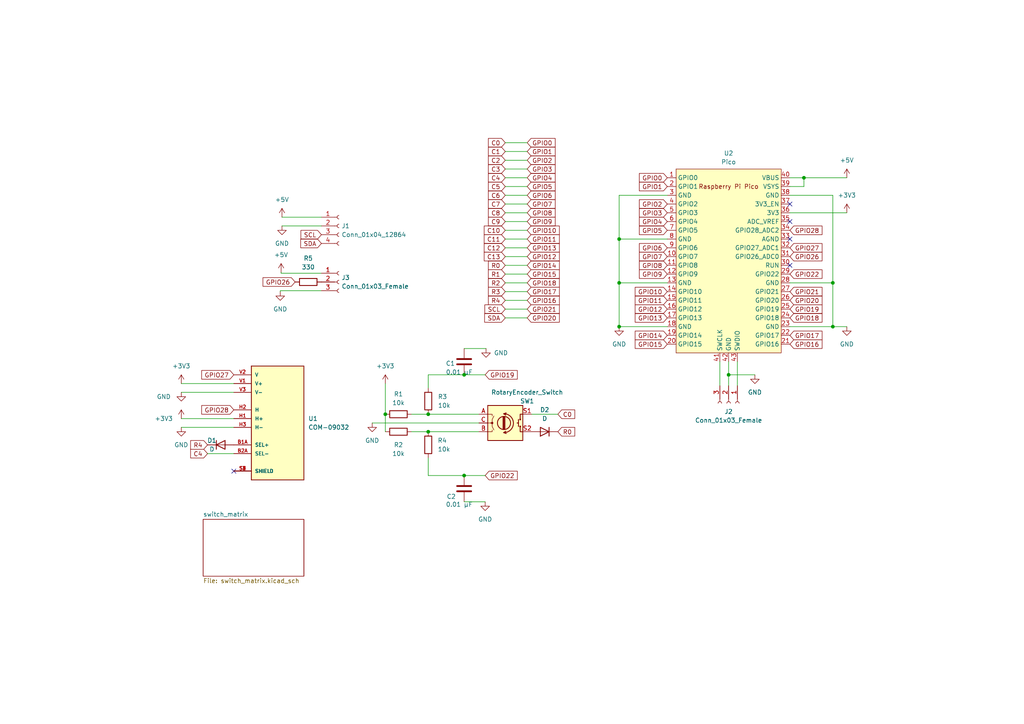
<source format=kicad_sch>
(kicad_sch (version 20211123) (generator eeschema)
  (paper "A4")
  (title_block (title "Pico Prototype Keyboard 65%") (comment 1 "Ver 0.4.1") (comment 2 "CC BY-SA 4.0") (comment 3 "https://github.com/zli117/Pico-Keyboard"))
  (lib_symbols
    (symbol "COM-09032_1" (pin_names (offset 1.016))
      (property "Reference" "U" (at -7.62 16.002 0))
      (property "Value" "COM-09032_1" (at -7.62 -20.32 0))
      (symbol "COM-09032_1_0_0"
        (rectangle (start -7.62 -17.78) (end 7.62 15.24) (stroke (width 0.254)) (fill (type background)))
        (pin passive line (at -12.7 -7.62 0) (length 5.08) (name "SEL+") (number "B1A"))
        (pin passive line (at -12.7 -10.16 0) (length 5.08) (name "SEL-") (number "B2A"))
        (pin passive line (at -12.7 0 0) (length 5.08) (name "H+") (number "H1"))
        (pin passive line (at -12.7 2.54 0) (length 5.08) (name "H") (number "H2"))
        (pin passive line (at -12.7 -2.54 0) (length 5.08) (name "H-") (number "H3"))
        (pin passive line (at -12.7 -15.24 0) (length 5.08) (name "SHIELD") (number "S1"))
        (pin passive line (at -12.7 -15.24 0) (length 5.08) (name "SHIELD") (number "S2"))
        (pin passive line (at -12.7 -15.24 0) (length 5.08) (name "SHIELD") (number "S3"))
        (pin passive line (at -12.7 -15.24 0) (length 5.08) (name "SHIELD") (number "S4"))
        (pin passive line (at -12.7 10.16 0) (length 5.08) (name "V+") (number "V1"))
        (pin passive line (at -12.7 12.7 0) (length 5.08) (name "V") (number "V2"))
        (pin passive line (at -12.7 7.62 0) (length 5.08) (name "V-") (number "V3"))
      )
    )
    (symbol "Connector:Conn_01x03_Female" (pin_names (offset 1.016) hide)
      (property "Reference" "J" (at 0 5.08 0))
      (property "Value" "Conn_01x03_Female" (at 0 -5.08 0))
      (symbol "Conn_01x03_Female_1_1"
        (arc (start 0 -2.032) (mid -0.508 -2.54) (end 0 -3.048) (stroke (width 0.1524)))
        (polyline (pts (xy -1.27 -2.54) (xy -0.508 -2.54)) (stroke (width 0.1524)))
        (polyline (pts (xy -1.27 0) (xy -0.508 0)) (stroke (width 0.1524)))
        (polyline (pts (xy -1.27 2.54) (xy -0.508 2.54)) (stroke (width 0.1524)))
        (arc (start 0 0.508) (mid -0.508 0) (end 0 -0.508) (stroke (width 0.1524)))
        (arc (start 0 3.048) (mid -0.508 2.54) (end 0 2.032) (stroke (width 0.1524)))
        (pin passive line (at -5.08 2.54 0) (length 3.81) (name "Pin_1") (number "1"))
        (pin passive line (at -5.08 0 0) (length 3.81) (name "Pin_2") (number "2"))
        (pin passive line (at -5.08 -2.54 0) (length 3.81) (name "Pin_3") (number "3"))
      )
    )
    (symbol "Connector:Conn_01x04_Female" (pin_names (offset 1.016) hide)
      (property "Reference" "J" (at 0 5.08 0))
      (property "Value" "Conn_01x04_Female" (at 0 -7.62 0))
      (symbol "Conn_01x04_Female_1_1"
        (arc (start 0 -4.572) (mid -0.508 -5.08) (end 0 -5.588) (stroke (width 0.1524)))
        (arc (start 0 -2.032) (mid -0.508 -2.54) (end 0 -3.048) (stroke (width 0.1524)))
        (polyline (pts (xy -1.27 -5.08) (xy -0.508 -5.08)) (stroke (width 0.1524)))
        (polyline (pts (xy -1.27 -2.54) (xy -0.508 -2.54)) (stroke (width 0.1524)))
        (polyline (pts (xy -1.27 0) (xy -0.508 0)) (stroke (width 0.1524)))
        (polyline (pts (xy -1.27 2.54) (xy -0.508 2.54)) (stroke (width 0.1524)))
        (arc (start 0 0.508) (mid -0.508 0) (end 0 -0.508) (stroke (width 0.1524)))
        (arc (start 0 3.048) (mid -0.508 2.54) (end 0 2.032) (stroke (width 0.1524)))
        (pin passive line (at -5.08 2.54 0) (length 3.81) (name "Pin_1") (number "1"))
        (pin passive line (at -5.08 0 0) (length 3.81) (name "Pin_2") (number "2"))
        (pin passive line (at -5.08 -2.54 0) (length 3.81) (name "Pin_3") (number "3"))
        (pin passive line (at -5.08 -5.08 0) (length 3.81) (name "Pin_4") (number "4"))
      )
    )
    (symbol "Device:C" (pin_numbers hide) (pin_names (offset 0.254))
      (property "Reference" "C" (at 0.635 2.54 0))
      (property "Value" "C" (at 0.635 -2.54 0))
      (symbol "C_0_1"
        (polyline (pts (xy -2.032 -0.762) (xy 2.032 -0.762)) (stroke (width 0.508)))
        (polyline (pts (xy -2.032 0.762) (xy 2.032 0.762)) (stroke (width 0.508)))
      )
      (symbol "C_1_1"
        (pin passive line (at 0 3.81 270) (length 2.794) (name "~") (number "1"))
        (pin passive line (at 0 -3.81 90) (length 2.794) (name "~") (number "2"))
      )
    )
    (symbol "Device:D" (pin_numbers hide) (pin_names (offset 1.016) hide)
      (property "Reference" "D" (at 0 2.54 0))
      (property "Value" "D" (at 0 -2.54 0))
      (symbol "D_0_1"
        (polyline (pts (xy -1.27 1.27) (xy -1.27 -1.27)) (stroke (width 0.254)))
        (polyline (pts (xy 1.27 0) (xy -1.27 0)))
        (polyline (pts (xy 1.27 1.27) (xy 1.27 -1.27) (xy -1.27 0) (xy 1.27 1.27)) (stroke (width 0.254)))
      )
      (symbol "D_1_1"
        (pin passive line (at -3.81 0 0) (length 2.54) (name "K") (number "1"))
        (pin passive line (at 3.81 0 180) (length 2.54) (name "A") (number "2"))
      )
    )
    (symbol "Device:R" (pin_numbers hide) (pin_names (offset 0))
      (property "Reference" "R" (at 2.032 0 90))
      (property "Value" "R" (at 0 0 90))
      (symbol "R_0_1"
        (rectangle (start -1.016 -2.54) (end 1.016 2.54) (stroke (width 0.254)))
      )
      (symbol "R_1_1"
        (pin passive line (at 0 3.81 270) (length 1.27) (name "~") (number "1"))
        (pin passive line (at 0 -3.81 90) (length 1.27) (name "~") (number "2"))
      )
    )
    (symbol "Device:RotaryEncoder_Switch" (pin_names (offset 0.254) hide)
      (property "Reference" "SW" (at 0 6.604 0))
      (property "Value" "RotaryEncoder_Switch" (at 0 -6.604 0))
      (symbol "RotaryEncoder_Switch_0_1"
        (rectangle (start -5.08 5.08) (end 5.08 -5.08) (stroke (width 0.254)) (fill (type background)))
        (circle (center -3.81 0) (radius 0.254) (fill (type outline)))
        (arc (start -0.381 -2.794) (mid 2.3622 -0.0508) (end -0.381 2.667) (stroke (width 0.254)))
        (circle (center -0.381 0) (radius 1.905) (stroke (width 0.254)))
        (polyline (pts (xy -0.635 -1.778) (xy -0.635 1.778)) (stroke (width 0.254)))
        (polyline (pts (xy -0.381 -1.778) (xy -0.381 1.778)) (stroke (width 0.254)))
        (polyline (pts (xy -0.127 1.778) (xy -0.127 -1.778)) (stroke (width 0.254)))
        (polyline (pts (xy 3.81 0) (xy 3.429 0)) (stroke (width 0.254)))
        (polyline (pts (xy 3.81 1.016) (xy 3.81 -1.016)) (stroke (width 0.254)))
        (polyline (pts (xy -5.08 -2.54) (xy -3.81 -2.54) (xy -3.81 -2.032)))
        (polyline (pts (xy -5.08 2.54) (xy -3.81 2.54) (xy -3.81 2.032)))
        (polyline (pts (xy 0.254 -3.048) (xy -0.508 -2.794) (xy 0.127 -2.413)) (stroke (width 0.254)))
        (polyline (pts (xy 0.254 2.921) (xy -0.508 2.667) (xy 0.127 2.286)) (stroke (width 0.254)))
        (polyline (pts (xy 5.08 -2.54) (xy 4.318 -2.54) (xy 4.318 -1.016)) (stroke (width 0.254)))
        (polyline (pts (xy 5.08 2.54) (xy 4.318 2.54) (xy 4.318 1.016)) (stroke (width 0.254)))
        (polyline (pts (xy -5.08 0) (xy -3.81 0) (xy -3.81 -1.016) (xy -3.302 -2.032)))
        (polyline (pts (xy -4.318 0) (xy -3.81 0) (xy -3.81 1.016) (xy -3.302 2.032)))
        (circle (center 4.318 -1.016) (radius 0.127) (stroke (width 0.254)))
        (circle (center 4.318 1.016) (radius 0.127) (stroke (width 0.254)))
      )
      (symbol "RotaryEncoder_Switch_1_1"
        (pin passive line (at -7.62 2.54 0) (length 2.54) (name "A") (number "A"))
        (pin passive line (at -7.62 -2.54 0) (length 2.54) (name "B") (number "B"))
        (pin passive line (at -7.62 0 0) (length 2.54) (name "C") (number "C"))
        (pin passive line (at 7.62 2.54 180) (length 2.54) (name "S1") (number "S1"))
        (pin passive line (at 7.62 -2.54 180) (length 2.54) (name "S2") (number "S2"))
      )
    )
    (symbol "MCU_RaspberryPi_and_Boards:Pico"
      (property "Reference" "U" (at -13.97 27.94 0))
      (property "Value" "Pico" (at 0 19.05 0))
      (symbol "Pico_0_0"
        (text "Raspberry Pi Pico" (at 0 21.59 0) (effects (font (size 1.27 1.27))))
      )
      (symbol "Pico_0_1"
        (rectangle (start -15.24 26.67) (end 15.24 -26.67) (fill (type background)))
      )
      (symbol "Pico_1_1"
        (pin bidirectional line (at -17.78 24.13 0) (length 2.54) (name "GPIO0") (number "1"))
        (pin bidirectional line (at -17.78 1.27 0) (length 2.54) (name "GPIO7") (number "10"))
        (pin bidirectional line (at -17.78 -1.27 0) (length 2.54) (name "GPIO8") (number "11"))
        (pin bidirectional line (at -17.78 -3.81 0) (length 2.54) (name "GPIO9") (number "12"))
        (pin power_in line (at -17.78 -6.35 0) (length 2.54) (name "GND") (number "13"))
        (pin bidirectional line (at -17.78 -8.89 0) (length 2.54) (name "GPIO10") (number "14"))
        (pin bidirectional line (at -17.78 -11.43 0) (length 2.54) (name "GPIO11") (number "15"))
        (pin bidirectional line (at -17.78 -13.97 0) (length 2.54) (name "GPIO12") (number "16"))
        (pin bidirectional line (at -17.78 -16.51 0) (length 2.54) (name "GPIO13") (number "17"))
        (pin power_in line (at -17.78 -19.05 0) (length 2.54) (name "GND") (number "18"))
        (pin bidirectional line (at -17.78 -21.59 0) (length 2.54) (name "GPIO14") (number "19"))
        (pin bidirectional line (at -17.78 21.59 0) (length 2.54) (name "GPIO1") (number "2"))
        (pin bidirectional line (at -17.78 -24.13 0) (length 2.54) (name "GPIO15") (number "20"))
        (pin bidirectional line (at 17.78 -24.13 180) (length 2.54) (name "GPIO16") (number "21"))
        (pin bidirectional line (at 17.78 -21.59 180) (length 2.54) (name "GPIO17") (number "22"))
        (pin power_in line (at 17.78 -19.05 180) (length 2.54) (name "GND") (number "23"))
        (pin bidirectional line (at 17.78 -16.51 180) (length 2.54) (name "GPIO18") (number "24"))
        (pin bidirectional line (at 17.78 -13.97 180) (length 2.54) (name "GPIO19") (number "25"))
        (pin bidirectional line (at 17.78 -11.43 180) (length 2.54) (name "GPIO20") (number "26"))
        (pin bidirectional line (at 17.78 -8.89 180) (length 2.54) (name "GPIO21") (number "27"))
        (pin power_in line (at 17.78 -6.35 180) (length 2.54) (name "GND") (number "28"))
        (pin bidirectional line (at 17.78 -3.81 180) (length 2.54) (name "GPIO22") (number "29"))
        (pin power_in line (at -17.78 19.05 0) (length 2.54) (name "GND") (number "3"))
        (pin input line (at 17.78 -1.27 180) (length 2.54) (name "RUN") (number "30"))
        (pin bidirectional line (at 17.78 1.27 180) (length 2.54) (name "GPIO26_ADC0") (number "31"))
        (pin bidirectional line (at 17.78 3.81 180) (length 2.54) (name "GPIO27_ADC1") (number "32"))
        (pin power_in line (at 17.78 6.35 180) (length 2.54) (name "AGND") (number "33"))
        (pin bidirectional line (at 17.78 8.89 180) (length 2.54) (name "GPIO28_ADC2") (number "34"))
        (pin power_in line (at 17.78 11.43 180) (length 2.54) (name "ADC_VREF") (number "35"))
        (pin power_in line (at 17.78 13.97 180) (length 2.54) (name "3V3") (number "36"))
        (pin input line (at 17.78 16.51 180) (length 2.54) (name "3V3_EN") (number "37"))
        (pin bidirectional line (at 17.78 19.05 180) (length 2.54) (name "GND") (number "38"))
        (pin power_in line (at 17.78 21.59 180) (length 2.54) (name "VSYS") (number "39"))
        (pin bidirectional line (at -17.78 16.51 0) (length 2.54) (name "GPIO2") (number "4"))
        (pin power_in line (at 17.78 24.13 180) (length 2.54) (name "VBUS") (number "40"))
        (pin input line (at -2.54 -29.21 90) (length 2.54) (name "SWCLK") (number "41"))
        (pin power_in line (at 0 -29.21 90) (length 2.54) (name "GND") (number "42"))
        (pin bidirectional line (at 2.54 -29.21 90) (length 2.54) (name "SWDIO") (number "43"))
        (pin bidirectional line (at -17.78 13.97 0) (length 2.54) (name "GPIO3") (number "5"))
        (pin bidirectional line (at -17.78 11.43 0) (length 2.54) (name "GPIO4") (number "6"))
        (pin bidirectional line (at -17.78 8.89 0) (length 2.54) (name "GPIO5") (number "7"))
        (pin power_in line (at -17.78 6.35 0) (length 2.54) (name "GND") (number "8"))
        (pin bidirectional line (at -17.78 3.81 0) (length 2.54) (name "GPIO6") (number "9"))
      )
    )
    (symbol "power:+3.3V" (power) (pin_names (offset 0))
      (property "Value" "+3.3V" (at 0 3.556 0))
      (symbol "+3.3V_0_1"
        (polyline (pts (xy -0.762 1.27) (xy 0 2.54)))
        (polyline (pts (xy 0 0) (xy 0 2.54)))
        (polyline (pts (xy 0 2.54) (xy 0.762 1.27)))
      )
      (symbol "+3.3V_1_1"
        (pin power_in line (at 0 0 90) (length 0) hide (name "+3V3") (number "1"))
      )
    )
    (symbol "power:+3V3" (power) (pin_names (offset 0))
      (property "Value" "+3V3" (at 0 3.556 0))
      (symbol "+3V3_0_1"
        (polyline (pts (xy -0.762 1.27) (xy 0 2.54)))
        (polyline (pts (xy 0 0) (xy 0 2.54)))
        (polyline (pts (xy 0 2.54) (xy 0.762 1.27)))
      )
      (symbol "+3V3_1_1"
        (pin power_in line (at 0 0 90) (length 0) hide (name "+3V3") (number "1"))
      )
    )
    (symbol "power:+5V" (power) (pin_names (offset 0))
      (property "Value" "+5V" (at 0 3.556 0))
      (symbol "+5V_0_1"
        (polyline (pts (xy -0.762 1.27) (xy 0 2.54)))
        (polyline (pts (xy 0 0) (xy 0 2.54)))
        (polyline (pts (xy 0 2.54) (xy 0.762 1.27)))
      )
      (symbol "+5V_1_1"
        (pin power_in line (at 0 0 90) (length 0) hide (name "+5V") (number "1"))
      )
    )
    (symbol "power:GND" (power) (pin_names (offset 0))
      (property "Value" "GND" (at 0 -3.81 0))
      (symbol "GND_0_1"
        (polyline (pts (xy 0 0) (xy 0 -1.27) (xy 1.27 -1.27) (xy 0 -2.54) (xy -1.27 -1.27) (xy 0 -1.27)))
      )
      (symbol "GND_1_1"
        (pin power_in line (at 0 0 270) (length 0) hide (name "GND") (number "1"))
      )
    )
  )
  (junction (at 233.172 51.562))
  (junction (at 179.578 82.042))
  (junction (at 241.554 94.742))
  (junction (at 134.62 108.712))
  (junction (at 124.206 125.222))
  (junction (at 179.578 94.742))
  (junction (at 111.76 120.142))
  (junction (at 124.206 120.142))
  (junction (at 241.554 82.042))
  (junction (at 134.62 137.922))
  (junction (at 211.328 108.712))
  (junction (at 179.578 69.342))
  (no_connect (at 229.108 59.182))
  (no_connect (at 229.108 64.262))
  (no_connect (at 229.108 76.962))
  (no_connect (at 229.108 69.342))
  (no_connect (at 67.818 136.652))
  (wire (pts (xy 146.558 59.182) (xy 152.908 59.182)))
  (wire (pts (xy 193.548 56.642) (xy 179.578 56.642)))
  (wire (pts (xy 179.578 82.042) (xy 179.578 94.742)))
  (wire (pts (xy 124.206 120.142) (xy 138.938 120.142)))
  (wire (pts (xy 229.108 56.642) (xy 241.554 56.642)))
  (wire (pts (xy 146.558 79.502) (xy 152.908 79.502)))
  (wire (pts (xy 124.206 112.522) (xy 124.206 108.712)))
  (wire (pts (xy 179.578 56.642) (xy 179.578 69.342)))
  (wire (pts (xy 93.218 84.328) (xy 81.28 84.328)))
  (wire (pts (xy 93.218 79.248) (xy 81.534 79.248)))
  (wire (pts (xy 107.95 122.682) (xy 138.938 122.682)))
  (wire (pts (xy 233.172 51.562) (xy 245.618 51.562)))
  (wire (pts (xy 146.558 46.482) (xy 152.908 46.482)))
  (wire (pts (xy 241.554 94.742) (xy 245.618 94.742)))
  (wire (pts (xy 146.558 74.422) (xy 152.908 74.422)))
  (wire (pts (xy 229.108 94.742) (xy 241.554 94.742)))
  (wire (pts (xy 233.172 54.102) (xy 233.172 51.562)))
  (wire (pts (xy 229.108 82.042) (xy 241.554 82.042)))
  (wire (pts (xy 124.206 132.842) (xy 124.206 137.922)))
  (wire (pts (xy 179.578 69.342) (xy 193.548 69.342)))
  (wire (pts (xy 124.206 137.922) (xy 134.62 137.922)))
  (wire (pts (xy 146.558 66.802) (xy 152.908 66.802)))
  (wire (pts (xy 124.206 125.222) (xy 138.938 125.222)))
  (wire (pts (xy 134.62 101.092) (xy 140.97 101.092)))
  (wire (pts (xy 81.788 62.992) (xy 93.218 62.992)))
  (wire (pts (xy 52.578 121.412) (xy 67.818 121.412)))
  (wire (pts (xy 111.76 120.142) (xy 111.76 125.222)))
  (wire (pts (xy 52.578 123.952) (xy 67.818 123.952)))
  (wire (pts (xy 146.558 76.962) (xy 152.908 76.962)))
  (wire (pts (xy 52.578 113.792) (xy 67.818 113.792)))
  (wire (pts (xy 146.558 84.582) (xy 152.908 84.582)))
  (wire (pts (xy 146.558 69.342) (xy 152.908 69.342)))
  (wire (pts (xy 213.868 104.902) (xy 213.868 111.887)))
  (wire (pts (xy 146.558 49.022) (xy 152.908 49.022)))
  (wire (pts (xy 60.198 131.572) (xy 67.818 131.572)))
  (wire (pts (xy 81.534 79.248) (xy 81.534 78.994)))
  (wire (pts (xy 146.558 82.042) (xy 152.908 82.042)))
  (wire (pts (xy 179.578 69.342) (xy 179.578 82.042)))
  (wire (pts (xy 146.558 54.102) (xy 152.908 54.102)))
  (wire (pts (xy 146.558 87.122) (xy 152.908 87.122)))
  (wire (pts (xy 179.578 94.742) (xy 193.548 94.742)))
  (wire (pts (xy 211.328 104.902) (xy 211.328 108.712)))
  (wire (pts (xy 111.76 111.252) (xy 111.76 120.142)))
  (wire (pts (xy 146.558 51.562) (xy 152.908 51.562)))
  (wire (pts (xy 146.558 43.942) (xy 152.908 43.942)))
  (wire (pts (xy 179.578 82.042) (xy 193.548 82.042)))
  (wire (pts (xy 146.558 92.202) (xy 152.908 92.202)))
  (wire (pts (xy 134.62 145.542) (xy 140.716 145.542)))
  (wire (pts (xy 119.38 120.142) (xy 124.206 120.142)))
  (wire (pts (xy 229.108 54.102) (xy 233.172 54.102)))
  (wire (pts (xy 208.788 104.902) (xy 208.788 111.887)))
  (wire (pts (xy 134.62 137.922) (xy 140.716 137.922)))
  (wire (pts (xy 146.558 71.882) (xy 152.908 71.882)))
  (wire (pts (xy 211.328 108.712) (xy 211.328 111.887)))
  (wire (pts (xy 146.558 61.722) (xy 152.908 61.722)))
  (wire (pts (xy 134.62 108.712) (xy 140.716 108.712)))
  (wire (pts (xy 81.28 84.328) (xy 81.28 84.582)))
  (wire (pts (xy 119.38 125.222) (xy 124.206 125.222)))
  (wire (pts (xy 146.558 56.642) (xy 152.908 56.642)))
  (wire (pts (xy 146.558 89.662) (xy 152.908 89.662)))
  (wire (pts (xy 146.558 41.402) (xy 152.908 41.402)))
  (wire (pts (xy 241.554 56.642) (xy 241.554 82.042)))
  (wire (pts (xy 154.178 120.142) (xy 161.798 120.142)))
  (wire (pts (xy 146.558 64.262) (xy 152.908 64.262)))
  (wire (pts (xy 229.108 61.722) (xy 245.618 61.722)))
  (wire (pts (xy 52.578 111.252) (xy 67.818 111.252)))
  (wire (pts (xy 211.328 108.712) (xy 218.948 108.712)))
  (wire (pts (xy 229.108 51.562) (xy 233.172 51.562)))
  (wire (pts (xy 124.206 108.712) (xy 134.62 108.712)))
  (wire (pts (xy 241.554 82.042) (xy 241.554 94.742)))
  (wire (pts (xy 81.788 65.532) (xy 93.218 65.532)))
  (global_label "GPIO13" (shape input) (at 152.908 71.882 0) (property "Intersheet References" "${INTERSHEET_REFS}" (effects hide)))
  (global_label "GPIO10" (shape input) (at 193.548 84.582 180) (property "Intersheet References" "${INTERSHEET_REFS}" (effects hide)))
  (global_label "SDA" (shape input) (at 146.558 92.202 180) (property "Intersheet References" "${INTERSHEET_REFS}" (effects hide)))
  (global_label "GPIO17" (shape input) (at 152.908 84.582 0) (property "Intersheet References" "${INTERSHEET_REFS}" (effects hide)))
  (global_label "GPIO6" (shape input) (at 152.908 56.642 0) (property "Intersheet References" "${INTERSHEET_REFS}" (effects hide)))
  (global_label "GPIO1" (shape input) (at 152.908 43.942 0) (property "Intersheet References" "${INTERSHEET_REFS}" (effects hide)))
  (global_label "GPIO8" (shape input) (at 193.548 76.962 180) (property "Intersheet References" "${INTERSHEET_REFS}" (effects hide)))
  (global_label "GPIO28" (shape input) (at 67.818 118.872 180) (property "Intersheet References" "${INTERSHEET_REFS}" (effects hide)))
  (global_label "GPIO27" (shape input) (at 229.108 71.882 0) (property "Intersheet References" "${INTERSHEET_REFS}" (effects hide)))
  (global_label "GPIO11" (shape input) (at 152.908 69.342 0) (property "Intersheet References" "${INTERSHEET_REFS}" (effects hide)))
  (global_label "GPIO22" (shape input) (at 229.108 79.502 0) (property "Intersheet References" "${INTERSHEET_REFS}" (effects hide)))
  (global_label "GPIO3" (shape input) (at 152.908 49.022 0) (property "Intersheet References" "${INTERSHEET_REFS}" (effects hide)))
  (global_label "C1" (shape input) (at 146.558 43.942 180) (property "Intersheet References" "${INTERSHEET_REFS}" (effects hide)))
  (global_label "SDA" (shape input) (at 93.218 70.612 180) (property "Intersheet References" "${INTERSHEET_REFS}" (effects hide)))
  (global_label "GPIO21" (shape input) (at 229.108 84.582 0) (property "Intersheet References" "${INTERSHEET_REFS}" (effects hide)))
  (global_label "C5" (shape input) (at 146.558 54.102 180) (property "Intersheet References" "${INTERSHEET_REFS}" (effects hide)))
  (global_label "GPIO1" (shape input) (at 193.548 54.102 180) (property "Intersheet References" "${INTERSHEET_REFS}" (effects hide)))
  (global_label "R1" (shape input) (at 146.558 79.502 180) (property "Intersheet References" "${INTERSHEET_REFS}" (effects hide)))
  (global_label "GPIO2" (shape input) (at 152.908 46.482 0) (property "Intersheet References" "${INTERSHEET_REFS}" (effects hide)))
  (global_label "R0" (shape input) (at 146.558 76.962 180) (property "Intersheet References" "${INTERSHEET_REFS}" (effects hide)))
  (global_label "C0" (shape input) (at 161.798 120.142 0) (property "Intersheet References" "${INTERSHEET_REFS}" (effects hide)))
  (global_label "GPIO18" (shape input) (at 152.908 82.042 0) (property "Intersheet References" "${INTERSHEET_REFS}" (effects hide)))
  (global_label "R4" (shape input) (at 146.558 87.122 180) (property "Intersheet References" "${INTERSHEET_REFS}" (effects hide)))
  (global_label "GPIO15" (shape input) (at 193.548 99.822 180) (property "Intersheet References" "${INTERSHEET_REFS}" (effects hide)))
  (global_label "C9" (shape input) (at 146.558 64.262 180) (property "Intersheet References" "${INTERSHEET_REFS}" (effects hide)))
  (global_label "C8" (shape input) (at 146.558 61.722 180) (property "Intersheet References" "${INTERSHEET_REFS}" (effects hide)))
  (global_label "R3" (shape input) (at 146.558 84.582 180) (property "Intersheet References" "${INTERSHEET_REFS}" (effects hide)))
  (global_label "GPIO19" (shape input) (at 229.108 89.662 0) (property "Intersheet References" "${INTERSHEET_REFS}" (effects hide)))
  (global_label "C13" (shape input) (at 146.558 74.422 180) (property "Intersheet References" "${INTERSHEET_REFS}" (effects hide)))
  (global_label "C0" (shape input) (at 146.558 41.402 180) (property "Intersheet References" "${INTERSHEET_REFS}" (effects hide)))
  (global_label "C6" (shape input) (at 146.558 56.642 180) (property "Intersheet References" "${INTERSHEET_REFS}" (effects hide)))
  (global_label "GPIO3" (shape input) (at 193.548 61.722 180) (property "Intersheet References" "${INTERSHEET_REFS}" (effects hide)))
  (global_label "C4" (shape input) (at 60.198 131.572 180) (property "Intersheet References" "${INTERSHEET_REFS}" (effects hide)))
  (global_label "GPIO15" (shape input) (at 152.908 79.502 0) (property "Intersheet References" "${INTERSHEET_REFS}" (effects hide)))
  (global_label "C3" (shape input) (at 146.558 49.022 180) (property "Intersheet References" "${INTERSHEET_REFS}" (effects hide)))
  (global_label "GPIO5" (shape input) (at 152.908 54.102 0) (property "Intersheet References" "${INTERSHEET_REFS}" (effects hide)))
  (global_label "GPIO0" (shape input) (at 193.548 51.562 180) (property "Intersheet References" "${INTERSHEET_REFS}" (effects hide)))
  (global_label "GPIO16" (shape input) (at 152.908 87.122 0) (property "Intersheet References" "${INTERSHEET_REFS}" (effects hide)))
  (global_label "GPIO6" (shape input) (at 193.548 71.882 180) (property "Intersheet References" "${INTERSHEET_REFS}" (effects hide)))
  (global_label "GPIO14" (shape input) (at 193.548 97.282 180) (property "Intersheet References" "${INTERSHEET_REFS}" (effects hide)))
  (global_label "GPIO12" (shape input) (at 193.548 89.662 180) (property "Intersheet References" "${INTERSHEET_REFS}" (effects hide)))
  (global_label "GPIO7" (shape input) (at 193.548 74.422 180) (property "Intersheet References" "${INTERSHEET_REFS}" (effects hide)))
  (global_label "GPIO12" (shape input) (at 152.908 74.422 0) (property "Intersheet References" "${INTERSHEET_REFS}" (effects hide)))
  (global_label "C11" (shape input) (at 146.558 69.342 180) (property "Intersheet References" "${INTERSHEET_REFS}" (effects hide)))
  (global_label "GPIO0" (shape input) (at 152.908 41.402 0) (property "Intersheet References" "${INTERSHEET_REFS}" (effects hide)))
  (global_label "GPIO18" (shape input) (at 229.108 92.202 0) (property "Intersheet References" "${INTERSHEET_REFS}" (effects hide)))
  (global_label "C12" (shape input) (at 146.558 71.882 180) (property "Intersheet References" "${INTERSHEET_REFS}" (effects hide)))
  (global_label "C4" (shape input) (at 146.558 51.562 180) (property "Intersheet References" "${INTERSHEET_REFS}" (effects hide)))
  (global_label "R0" (shape input) (at 161.798 125.222 0) (property "Intersheet References" "${INTERSHEET_REFS}" (effects hide)))
  (global_label "GPIO17" (shape input) (at 229.108 97.282 0) (property "Intersheet References" "${INTERSHEET_REFS}" (effects hide)))
  (global_label "GPIO16" (shape input) (at 229.108 99.822 0) (property "Intersheet References" "${INTERSHEET_REFS}" (effects hide)))
  (global_label "C10" (shape input) (at 146.558 66.802 180) (property "Intersheet References" "${INTERSHEET_REFS}" (effects hide)))
  (global_label "GPIO4" (shape input) (at 152.908 51.562 0) (property "Intersheet References" "${INTERSHEET_REFS}" (effects hide)))
  (global_label "GPIO27" (shape input) (at 67.818 108.712 180) (property "Intersheet References" "${INTERSHEET_REFS}" (effects hide)))
  (global_label "GPIO9" (shape input) (at 193.548 79.502 180) (property "Intersheet References" "${INTERSHEET_REFS}" (effects hide)))
  (global_label "GPIO26" (shape input) (at 229.108 74.422 0) (property "Intersheet References" "${INTERSHEET_REFS}" (effects hide)))
  (global_label "GPIO9" (shape input) (at 152.908 64.262 0) (property "Intersheet References" "${INTERSHEET_REFS}" (effects hide)))
  (global_label "GPIO8" (shape input) (at 152.908 61.722 0) (property "Intersheet References" "${INTERSHEET_REFS}" (effects hide)))
  (global_label "GPIO20" (shape input) (at 229.108 87.122 0) (property "Intersheet References" "${INTERSHEET_REFS}" (effects hide)))
  (global_label "GPIO26" (shape input) (at 85.598 81.788 180) (property "Intersheet References" "${INTERSHEET_REFS}" (effects hide)))
  (global_label "GPIO19" (shape input) (at 140.716 108.712 0) (property "Intersheet References" "${INTERSHEET_REFS}" (effects hide)))
  (global_label "C7" (shape input) (at 146.558 59.182 180) (property "Intersheet References" "${INTERSHEET_REFS}" (effects hide)))
  (global_label "GPIO14" (shape input) (at 152.908 76.962 0) (property "Intersheet References" "${INTERSHEET_REFS}" (effects hide)))
  (global_label "GPIO28" (shape input) (at 229.108 66.802 0) (property "Intersheet References" "${INTERSHEET_REFS}" (effects hide)))
  (global_label "GPIO10" (shape input) (at 152.908 66.802 0) (property "Intersheet References" "${INTERSHEET_REFS}" (effects hide)))
  (global_label "GPIO13" (shape input) (at 193.548 92.202 180) (property "Intersheet References" "${INTERSHEET_REFS}" (effects hide)))
  (global_label "GPIO4" (shape input) (at 193.548 64.262 180) (property "Intersheet References" "${INTERSHEET_REFS}" (effects hide)))
  (global_label "GPIO11" (shape input) (at 193.548 87.122 180) (property "Intersheet References" "${INTERSHEET_REFS}" (effects hide)))
  (global_label "SCL" (shape input) (at 93.218 68.072 180) (property "Intersheet References" "${INTERSHEET_REFS}" (effects hide)))
  (global_label "SCL" (shape input) (at 146.558 89.662 180) (property "Intersheet References" "${INTERSHEET_REFS}" (effects hide)))
  (global_label "GPIO5" (shape input) (at 193.548 66.802 180) (property "Intersheet References" "${INTERSHEET_REFS}" (effects hide)))
  (global_label "GPIO20" (shape input) (at 152.908 92.202 0) (property "Intersheet References" "${INTERSHEET_REFS}" (effects hide)))
  (global_label "C2" (shape input) (at 146.558 46.482 180) (property "Intersheet References" "${INTERSHEET_REFS}" (effects hide)))
  (global_label "R4" (shape input) (at 60.198 129.032 180) (property "Intersheet References" "${INTERSHEET_REFS}" (effects hide)))
  (global_label "GPIO22" (shape input) (at 140.716 137.922 0) (property "Intersheet References" "${INTERSHEET_REFS}" (effects hide)))
  (global_label "GPIO21" (shape input) (at 152.908 89.662 0) (property "Intersheet References" "${INTERSHEET_REFS}" (effects hide)))
  (global_label "GPIO7" (shape input) (at 152.908 59.182 0) (property "Intersheet References" "${INTERSHEET_REFS}" (effects hide)))
  (global_label "GPIO2" (shape input) (at 193.548 59.182 180) (property "Intersheet References" "${INTERSHEET_REFS}" (effects hide)))
  (global_label "R2" (shape input) (at 146.558 82.042 180) (property "Intersheet References" "${INTERSHEET_REFS}" (effects hide)))
  (symbol (lib_id "Device:R") (at 124.206 129.032 0) (unit 1)
    (property "Reference" "R4" (at 128.27 127.762 0))
    (property "Value" "10k" (at 128.778 130.302 0))
    (property "Footprint" "Resistor_THT:R_Axial_DIN0207_L6.3mm_D2.5mm_P10.16mm_Horizontal" (effects hide))
  )
  (symbol (lib_id "power:GND") (at 179.578 94.742 0) (unit 1)
    (property "Reference" "#PWR09" (effects hide))
    (property "Value" "GND" (at 179.578 99.822 0))
  )
  (symbol (lib_id "power:GND") (at 52.578 113.792 0) (unit 1)
    (property "Reference" "#PWR02" (effects hide))
    (property "Value" "GND" (at 47.498 115.062 0))
  )
  (symbol (lib_id "power:GND") (at 81.28 84.582 0) (unit 1)
    (property "Reference" "#PWR016" (effects hide))
    (property "Value" "GND" (at 81.28 89.662 0))
  )
  (symbol (lib_id "Connector:Conn_01x03_Female") (at 98.298 81.788 0) (unit 1)
    (property "Reference" "J3" (at 99.06 80.5179 0) (effects (justify left)))
    (property "Value" "Conn_01x03_Female" (at 99.06 83.0579 0) (effects (justify left)))
    (property "Footprint" "Connector_PinHeader_2.54mm:PinHeader_1x03_P2.54mm_Vertical" (effects hide))
  )
  (symbol (lib_id "Device:D") (at 157.988 125.222 180) (unit 1)
    (property "Reference" "D2" (at 157.988 118.872 0))
    (property "Value" "D" (at 157.988 121.412 0))
    (property "Footprint" "Diode_THT:D_DO-35_SOD27_P7.62mm_Horizontal" (effects hide))
  )
  (symbol (lib_id "Device:R") (at 124.206 116.332 180) (unit 1)
    (property "Reference" "R3" (at 127 115.0619 0) (effects (justify right)))
    (property "Value" "10k" (at 127 117.6019 0) (effects (justify right)))
    (property "Footprint" "Resistor_THT:R_Axial_DIN0207_L6.3mm_D2.5mm_P10.16mm_Horizontal" (effects hide))
  )
  (symbol (lib_id "Device:R") (at 115.57 120.142 270) (unit 1)
    (property "Reference" "R1" (at 115.57 114.3 90))
    (property "Value" "10k" (at 115.57 116.84 90))
    (property "Footprint" "Resistor_THT:R_Axial_DIN0207_L6.3mm_D2.5mm_P10.16mm_Horizontal" (effects hide))
  )
  (symbol (lib_id "power:+3V3") (at 52.578 111.252 0) (unit 1)
    (property "Reference" "#PWR01" (effects hide))
    (property "Value" "+3V3" (at 52.578 106.172 0))
  )
  (symbol (lib_name "COM-09032_1") (lib_id "COM-09032:COM-09032") (at 80.518 121.412 0) (unit 1)
    (property "Reference" "U1" (at 89.408 121.4119 0) (effects (justify left)))
    (property "Value" "COM-09032" (at 89.408 123.9519 0) (effects (justify left)))
    (property "Footprint" "COM-09032:XDCR_COM-09032" (effects hide))
    (property "PARTREV" "N/A" (effects hide))
    (property "MANUFACTURER" "SparkFun Electronics" (effects hide))
    (property "STANDARD" "Manufacturer Recommendations" (effects hide))
    (property "MAXIMUM_PACKAGE_HEIGHT" "30.1mm" (effects hide))
  )
  (symbol (lib_id "power:GND") (at 81.788 65.532 0) (unit 1)
    (property "Reference" "#PWR06" (effects hide))
    (property "Value" "GND" (at 81.788 70.612 0))
  )
  (symbol (lib_id "power:+5V") (at 81.788 62.992 0) (unit 1)
    (property "Reference" "#PWR05" (effects hide))
    (property "Value" "+5V" (at 81.788 57.912 0))
  )
  (symbol (lib_id "Device:C") (at 134.62 104.902 0) (unit 1)
    (property "Reference" "C1" (at 129.286 105.41 0) (effects (justify left)))
    (property "Value" "0.01 μF" (at 129.286 107.95 0) (effects (justify left)))
    (property "Footprint" "Capacitor_SMD:C_1206_3216Metric_Pad1.33x1.80mm_HandSolder" (effects hide))
  )
  (symbol (lib_id "Device:R") (at 89.408 81.788 90) (unit 1)
    (property "Reference" "R5" (at 89.408 74.93 90))
    (property "Value" "330" (at 89.408 77.47 90))
    (property "Footprint" "Resistor_THT:R_Axial_DIN0207_L6.3mm_D2.5mm_P10.16mm_Horizontal" (effects hide))
  )
  (symbol (lib_id "power:GND") (at 140.716 145.542 0) (unit 1)
    (property "Reference" "#PWR?" (effects hide))
    (property "Value" "GND" (at 140.716 150.622 0))
  )
  (symbol (lib_id "power:+3V3") (at 52.578 121.412 0) (unit 1)
    (property "Reference" "#PWR03" (effects hide))
    (property "Value" "+3V3" (at 47.498 121.412 0))
  )
  (symbol (lib_id "power:GND") (at 107.95 122.682 0) (unit 1)
    (property "Reference" "#PWR07" (effects hide))
    (property "Value" "GND" (at 107.95 127.762 0))
  )
  (symbol (lib_id "power:+5V") (at 245.618 51.562 0) (unit 1)
    (property "Reference" "#PWR011" (effects hide))
    (property "Value" "+5V" (at 245.618 46.482 0))
  )
  (symbol (lib_id "Device:D") (at 64.008 129.032 0) (unit 1)
    (property "Reference" "D1" (at 61.468 127.762 0))
    (property "Value" "D" (at 61.468 130.302 0))
    (property "Footprint" "Diode_THT:D_DO-35_SOD27_P7.62mm_Horizontal" (effects hide))
  )
  (symbol (lib_id "MCU_RaspberryPi_and_Boards:Pico") (at 211.328 75.692 0) (unit 1)
    (property "Reference" "U2" (at 211.328 44.45 0))
    (property "Value" "Pico" (at 211.328 46.99 0))
    (property "Footprint" "MCU_RaspberryPi_and_Boards:RPi_Pico_SMD_TH" (effects hide))
  )
  (symbol (lib_id "power:+5V") (at 81.534 78.994 0) (unit 1)
    (property "Reference" "#PWR017" (effects hide))
    (property "Value" "+5V" (at 81.534 73.914 0))
  )
  (symbol (lib_id "power:GND") (at 245.618 94.742 0) (unit 1)
    (property "Reference" "#PWR013" (effects hide))
    (property "Value" "GND" (at 245.618 99.822 0))
  )
  (symbol (lib_id "power:+3.3V") (at 245.618 61.722 0) (unit 1)
    (property "Reference" "#PWR012" (effects hide))
    (property "Value" "+3.3V" (at 245.618 56.642 0))
  )
  (symbol (lib_id "Connector:Conn_01x04_Female") (at 98.298 65.532 0) (unit 1)
    (property "Reference" "J1" (at 99.06 65.5319 0) (effects (justify left)))
    (property "Value" "Conn_01x04_12864" (at 99.06 68.0719 0) (effects (justify left)))
    (property "Footprint" "JMD0.96C:JMD0.96C" (effects hide))
  )
  (symbol (lib_id "power:+3V3") (at 111.76 111.252 0) (unit 1)
    (property "Reference" "#PWR?" (effects hide))
    (property "Value" "+3V3" (at 111.76 106.172 0))
  )
  (symbol (lib_id "power:GND") (at 218.948 108.712 0) (unit 1)
    (property "Reference" "#PWR010" (effects hide))
    (property "Value" "GND" (at 218.948 113.792 0))
  )
  (symbol (lib_id "Device:R") (at 115.57 125.222 270) (unit 1)
    (property "Reference" "R2" (at 115.57 129.032 90))
    (property "Value" "10k" (at 115.57 131.572 90))
    (property "Footprint" "Resistor_THT:R_Axial_DIN0207_L6.3mm_D2.5mm_P10.16mm_Horizontal" (effects hide))
  )
  (symbol (lib_id "Connector:Conn_01x03_Female") (at 211.328 116.967 270) (unit 1)
    (property "Reference" "J2" (at 211.328 119.38 90))
    (property "Value" "Conn_01x03_Female" (at 211.328 121.92 90))
    (property "Footprint" "Connector_PinHeader_2.54mm:PinHeader_1x03_P2.54mm_Vertical" (effects hide))
  )
  (symbol (lib_id "power:GND") (at 52.578 123.952 0) (unit 1)
    (property "Reference" "#PWR04" (effects hide))
    (property "Value" "GND" (at 52.578 129.032 0))
  )
  (symbol (lib_id "power:GND") (at 140.97 101.092 0) (unit 1)
    (property "Reference" "#PWR?" (effects hide))
    (property "Value" "GND" (at 143.256 102.3619 0) (effects (justify left)))
  )
  (symbol (lib_id "Device:C") (at 134.62 141.732 0) (unit 1)
    (property "Reference" "C2" (at 129.54 144.018 0) (effects (justify left)))
    (property "Value" "0.01 μF" (at 129.286 146.304 0) (effects (justify left)))
    (property "Footprint" "Capacitor_SMD:C_1206_3216Metric_Pad1.33x1.80mm_HandSolder" (effects hide))
  )
  (symbol (lib_id "Device:RotaryEncoder_Switch") (at 146.558 122.682 0) (unit 1)
    (property "Reference" "SW1" (at 152.908 116.332 0))
    (property "Value" "RotaryEncoder_Switch" (at 152.908 113.792 0))
    (property "Footprint" "RotaryEncoder:RotaryEncoder_Alps_EC11E-Switch_Vertical_H20mm_CircularMountingHoles" (effects hide))
  )
  (sheet (at 58.928 150.622) (size 29.21 16.51) (stroke (width 0.1524))
    (property "Sheet name" "switch_matrix" (at 58.928 149.9104 0) (effects (justify left bottom)))
    (property "Sheet file" "switch_matrix.kicad_sch" (at 58.928 167.7166 0) (effects (justify left top)))
  )
)
</source>
